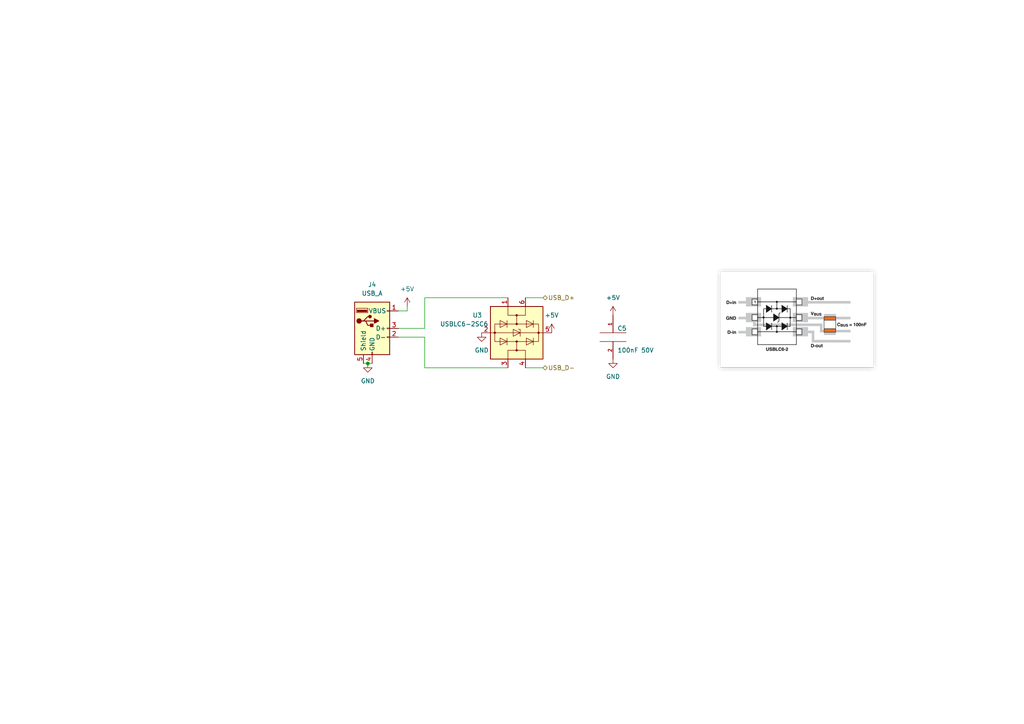
<source format=kicad_sch>
(kicad_sch (version 20230121) (generator eeschema)
  (paper "A4")
  (title_block (title "Type-C-2.0-Receptacle") (date "2022-10-22") (rev "V1.0") (company "USB-IF") (comment 1 "Author: lz00qs"))
  (lib_symbols
    (symbol "Connector:USB_A" (pin_names (offset 1.016))
      (property "Reference" "J" (at -5.08 11.43 0))
      (property "Value" "USB_A" (at -5.08 8.89 0))
      (symbol "USB_A_0_1"
        (rectangle (start -5.08 -7.62) (end 5.08 7.62) (stroke (width 0.254)) (fill (type background)))
        (circle (center -3.81 2.159) (radius 0.635) (stroke (width 0.254)) (fill (type outline)))
        (rectangle (start -1.524 4.826) (end -4.318 5.334) (fill (type outline)))
        (rectangle (start -1.27 4.572) (end -4.572 5.842))
        (circle (center -0.635 3.429) (radius 0.381) (stroke (width 0.254)) (fill (type outline)))
        (rectangle (start -0.127 -7.62) (end 0.127 -6.858))
        (polyline (pts (xy -3.175 2.159) (xy -2.54 2.159) (xy -1.27 3.429) (xy -0.635 3.429)) (stroke (width 0.254)))
        (polyline (pts (xy -2.54 2.159) (xy -1.905 2.159) (xy -1.27 0.889) (xy 0 0.889)) (stroke (width 0.254)))
        (polyline (pts (xy 0.635 2.794) (xy 0.635 1.524) (xy 1.905 2.159) (xy 0.635 2.794)) (stroke (width 0.254)) (fill (type outline)))
        (rectangle (start 0.254 1.27) (end -0.508 0.508) (stroke (width 0.254)) (fill (type outline)))
        (rectangle (start 5.08 -2.667) (end 4.318 -2.413))
        (rectangle (start 5.08 -0.127) (end 4.318 0.127))
        (rectangle (start 5.08 4.953) (end 4.318 5.207))
      )
      (symbol "USB_A_1_1"
        (polyline (pts (xy -1.905 2.159) (xy 0.635 2.159)) (stroke (width 0.254)))
        (pin power_in line (at 7.62 5.08 180) (length 2.54) (name "VBUS") (number "1"))
        (pin bidirectional line (at 7.62 -2.54 180) (length 2.54) (name "D-") (number "2"))
        (pin bidirectional line (at 7.62 0 180) (length 2.54) (name "D+") (number "3"))
        (pin power_in line (at 0 -10.16 90) (length 2.54) (name "GND") (number "4"))
        (pin passive line (at -2.54 -10.16 90) (length 2.54) (name "Shield") (number "5"))
      )
    )
    (symbol "Power_Protection:USBLC6-2SC6" (pin_names hide)
      (property "Reference" "U" (at 2.54 8.89 0))
      (property "Value" "USBLC6-2SC6" (at 2.54 -8.89 0))
      (symbol "USBLC6-2SC6_0_1"
        (rectangle (start -7.62 -7.62) (end 7.62 7.62) (stroke (width 0.254)) (fill (type background)))
        (circle (center -5.08 0) (radius 0.254) (fill (type outline)))
        (circle (center -2.54 0) (radius 0.254) (fill (type outline)))
        (rectangle (start -2.54 6.35) (end 2.54 -6.35))
        (circle (center 0 -6.35) (radius 0.254) (fill (type outline)))
        (polyline (pts (xy -5.08 -2.54) (xy -7.62 -2.54)))
        (polyline (pts (xy -5.08 0) (xy -5.08 -2.54)))
        (polyline (pts (xy -5.08 2.54) (xy -7.62 2.54)))
        (polyline (pts (xy -1.524 -2.794) (xy -3.556 -2.794)))
        (polyline (pts (xy -1.524 4.826) (xy -3.556 4.826)))
        (polyline (pts (xy 0 -7.62) (xy 0 -6.35)))
        (polyline (pts (xy 0 -6.35) (xy 0 1.27)))
        (polyline (pts (xy 0 1.27) (xy 0 6.35)))
        (polyline (pts (xy 0 6.35) (xy 0 7.62)))
        (polyline (pts (xy 1.524 -2.794) (xy 3.556 -2.794)))
        (polyline (pts (xy 1.524 4.826) (xy 3.556 4.826)))
        (polyline (pts (xy 5.08 -2.54) (xy 7.62 -2.54)))
        (polyline (pts (xy 5.08 0) (xy 5.08 -2.54)))
        (polyline (pts (xy 5.08 2.54) (xy 7.62 2.54)))
        (polyline (pts (xy -2.54 0) (xy -5.08 0) (xy -5.08 2.54)))
        (polyline (pts (xy 2.54 0) (xy 5.08 0) (xy 5.08 2.54)))
        (polyline (pts (xy -3.556 -4.826) (xy -1.524 -4.826) (xy -2.54 -2.794) (xy -3.556 -4.826)))
        (polyline (pts (xy -3.556 2.794) (xy -1.524 2.794) (xy -2.54 4.826) (xy -3.556 2.794)))
        (polyline (pts (xy -1.016 -1.016) (xy 1.016 -1.016) (xy 0 1.016) (xy -1.016 -1.016)))
        (polyline (pts (xy 1.016 1.016) (xy 0.762 1.016) (xy -1.016 1.016) (xy -1.016 0.508)))
        (polyline (pts (xy 3.556 -4.826) (xy 1.524 -4.826) (xy 2.54 -2.794) (xy 3.556 -4.826)))
        (polyline (pts (xy 3.556 2.794) (xy 1.524 2.794) (xy 2.54 4.826) (xy 3.556 2.794)))
        (circle (center 0 6.35) (radius 0.254) (fill (type outline)))
        (circle (center 2.54 0) (radius 0.254) (fill (type outline)))
        (circle (center 5.08 0) (radius 0.254) (fill (type outline)))
      )
      (symbol "USBLC6-2SC6_1_1"
        (pin passive line (at -10.16 -2.54 0) (length 2.54) (name "I/O1") (number "1"))
        (pin passive line (at 0 -10.16 90) (length 2.54) (name "GND") (number "2"))
        (pin passive line (at 10.16 -2.54 180) (length 2.54) (name "I/O2") (number "3"))
        (pin passive line (at 10.16 2.54 180) (length 2.54) (name "I/O2") (number "4"))
        (pin passive line (at 0 10.16 270) (length 2.54) (name "VBUS") (number "5"))
        (pin passive line (at -10.16 2.54 0) (length 2.54) (name "I/O1") (number "6"))
      )
    )
    (symbol "power:+5V" (power) (pin_names (offset 0))
      (property "Value" "+5V" (at 0 3.556 0))
      (symbol "+5V_0_1"
        (polyline (pts (xy -0.762 1.27) (xy 0 2.54)))
        (polyline (pts (xy 0 0) (xy 0 2.54)))
        (polyline (pts (xy 0 2.54) (xy 0.762 1.27)))
      )
      (symbol "+5V_1_1"
        (pin power_in line (at 0 0 90) (length 0) hide (name "+5V") (number "1"))
      )
    )
    (symbol "power:GND" (power) (pin_names (offset 0))
      (property "Value" "GND" (at 0 -3.81 0))
      (symbol "GND_0_1"
        (polyline (pts (xy 0 0) (xy 0 -1.27) (xy 1.27 -1.27) (xy 0 -2.54) (xy -1.27 -1.27) (xy 0 -1.27)))
      )
      (symbol "GND_1_1"
        (pin power_in line (at 0 0 270) (length 0) hide (name "GND") (number "1"))
      )
    )
    (symbol "pspice:CAP" (pin_names (offset 0.254))
      (property "Reference" "C" (at 2.54 3.81 90))
      (property "Value" "CAP" (at 2.54 -3.81 90))
      (symbol "CAP_0_1"
        (polyline (pts (xy -3.81 -1.27) (xy 3.81 -1.27)))
        (polyline (pts (xy -3.81 1.27) (xy 3.81 1.27)))
      )
      (symbol "CAP_1_1"
        (pin passive line (at 0 6.35 270) (length 5.08) (name "~") (number "1"))
        (pin passive line (at 0 -6.35 90) (length 5.08) (name "~") (number "2"))
      )
    )
  )
  (junction (at 106.68 105.41))
  (wire (pts (xy 123.19 106.68) (xy 147.32 106.68)))
  (wire (pts (xy 115.57 90.17) (xy 118.11 90.17)))
  (wire (pts (xy 152.4 86.36) (xy 157.48 86.36)))
  (wire (pts (xy 123.19 95.25) (xy 123.19 86.36)))
  (wire (pts (xy 106.68 105.41) (xy 107.95 105.41)))
  (wire (pts (xy 105.41 105.41) (xy 106.68 105.41)))
  (wire (pts (xy 152.4 106.68) (xy 157.48 106.68)))
  (wire (pts (xy 115.57 97.79) (xy 123.19 97.79)))
  (wire (pts (xy 123.19 86.36) (xy 147.32 86.36)))
  (wire (pts (xy 123.19 97.79) (xy 123.19 106.68)))
  (wire (pts (xy 115.57 95.25) (xy 123.19 95.25)))
  (wire (pts (xy 118.11 90.17) (xy 118.11 88.9)))
  (image (at 231.14 92.71) (scale 0.43797))
  (hierarchical_label "USB_D+" (shape bidirectional) (at 157.48 86.36 0))
  (hierarchical_label "USB_D-" (shape bidirectional) (at 157.48 106.68 0))
  (symbol (lib_id "power:GND") (at 139.7 96.52 0) (unit 1)
    (property "Reference" "#PWR015" (effects hide))
    (property "Value" "GND" (at 139.7 101.6 0))
  )
  (symbol (lib_id "power:GND") (at 106.68 105.41 0) (unit 1)
    (property "Reference" "#PWR02" (effects hide))
    (property "Value" "GND" (at 106.68 110.49 0))
  )
  (symbol (lib_id "Power_Protection:USBLC6-2SC6") (at 149.86 96.52 270) (unit 1)
    (property "Reference" "U3" (at 138.43 91.44 90))
    (property "Value" "USBLC6-2SC6" (at 134.62 93.98 90))
    (property "Footprint" "Package_TO_SOT_SMD:SOT-23-6" (effects hide))
    (property "Datasheet" "https://www.st.com/resource/en/datasheet/usblc6-2.pdf" (effects hide))
  )
  (symbol (lib_id "power:+5V") (at 118.11 88.9 0) (unit 1)
    (property "Reference" "#PWR01" (effects hide))
    (property "Value" "+5V" (at 118.11 83.82 0))
  )
  (symbol (lib_id "power:+5V") (at 160.02 96.52 0) (unit 1)
    (property "Reference" "#PWR017" (effects hide))
    (property "Value" "+5V" (at 160.02 91.44 0))
  )
  (symbol (lib_id "Connector:USB_A") (at 107.95 95.25 0) (unit 1)
    (property "Reference" "J4" (at 107.95 82.55 0))
    (property "Value" "USB_A" (at 107.95 85.09 0))
    (property "Datasheet" " ~" (effects hide))
  )
  (symbol (lib_id "power:+5V") (at 177.8 91.44 0) (unit 1)
    (property "Reference" "#PWR018" (effects hide))
    (property "Value" "+5V" (at 177.8 86.36 0))
  )
  (symbol (lib_id "power:GND") (at 177.8 104.14 0) (unit 1)
    (property "Reference" "#PWR019" (effects hide))
    (property "Value" "GND" (at 177.8 109.22 0))
  )
  (symbol (lib_id "pspice:CAP") (at 177.8 97.79 0) (unit 1)
    (property "Reference" "C5" (at 179.07 95.25 0) (effects (justify left)))
    (property "Value" "100nF 50V" (at 179.07 101.6 0) (effects (justify left)))
    (property "Footprint" "Capacitor_SMD:C_0402_1005Metric" (effects hide))
    (property "Datasheet" "https://item.szlcsc.com/291005.html" (effects hide))
  )
)
</source>
